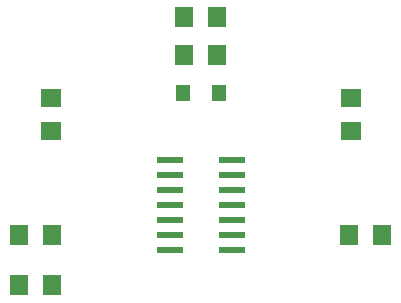
<source format=gtp>
G75*
%MOIN*%
%OFA0B0*%
%FSLAX25Y25*%
%IPPOS*%
%LPD*%
%AMOC8*
5,1,8,0,0,1.08239X$1,22.5*
%
%ADD10R,0.08661X0.02362*%
%ADD11R,0.04724X0.05512*%
%ADD12R,0.07087X0.06299*%
%ADD13R,0.06299X0.07087*%
D10*
X0106264Y0057707D03*
X0106264Y0062707D03*
X0106264Y0067707D03*
X0106264Y0072707D03*
X0106264Y0077707D03*
X0106264Y0082707D03*
X0106264Y0087707D03*
X0126736Y0087707D03*
X0126736Y0082707D03*
X0126736Y0077707D03*
X0126736Y0072707D03*
X0126736Y0067707D03*
X0126736Y0062707D03*
X0126736Y0057707D03*
D11*
X0122406Y0109852D03*
X0110594Y0109852D03*
D12*
X0066500Y0108219D03*
X0066500Y0097195D03*
X0166500Y0097195D03*
X0166500Y0108219D03*
D13*
X0055870Y0045955D03*
X0066894Y0045955D03*
X0067012Y0062707D03*
X0055988Y0062707D03*
X0110988Y0122707D03*
X0122012Y0122707D03*
X0122012Y0135207D03*
X0110988Y0135207D03*
X0165988Y0062707D03*
X0177012Y0062707D03*
M02*

</source>
